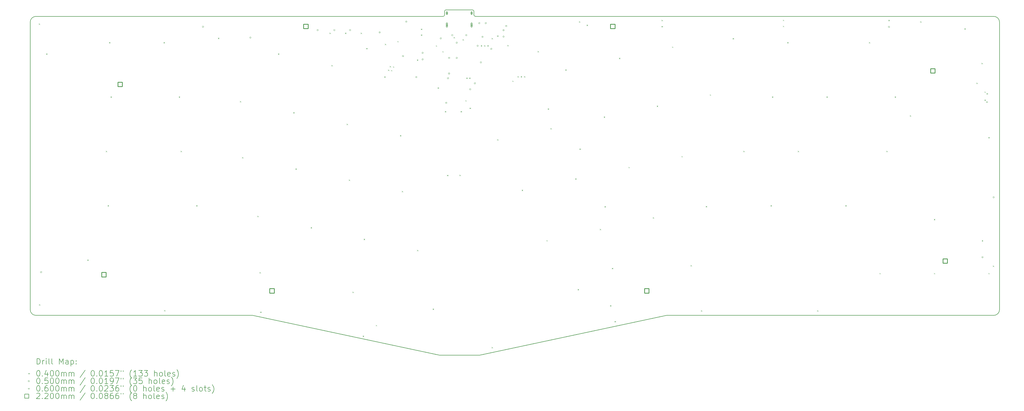
<source format=gbr>
%FSLAX45Y45*%
G04 Gerber Fmt 4.5, Leading zero omitted, Abs format (unit mm)*
G04 Created by KiCad (PCBNEW (5.99.0-11496-g396213fa30)) date 2021-07-23 07:49:52*
%MOMM*%
%LPD*%
G01*
G04 APERTURE LIST*
%TA.AperFunction,Profile*%
%ADD10C,0.150000*%
%TD*%
%ADD11C,0.200000*%
%ADD12C,0.040000*%
%ADD13C,0.050000*%
%ADD14C,0.060000*%
%ADD15C,0.220000*%
G04 APERTURE END LIST*
D10*
X36249995Y-2443251D02*
G75*
G02*
X36449995Y-2643251I0J-200000D01*
G01*
X2741250Y-12920750D02*
G75*
G02*
X2541250Y-12720750I0J200000D01*
G01*
X2541250Y-2643251D02*
X2541250Y-12720750D01*
X24811000Y-12920750D02*
X36249995Y-12920750D01*
X2741250Y-12920750D02*
X10312670Y-12920750D01*
X16860000Y-14312523D02*
X18263000Y-14312523D01*
X10312670Y-12920750D02*
X16860000Y-14312523D01*
X2741250Y-2443251D02*
G75*
G03*
X2541250Y-2643251I0J-200000D01*
G01*
X18263000Y-14312523D02*
X24811000Y-12920750D01*
X36449995Y-2643251D02*
X36449995Y-12720750D01*
X17037500Y-2397279D02*
X17037500Y-2261081D01*
X17037500Y-2261081D02*
G75*
G02*
X17088091Y-2214880I50591J-4599D01*
G01*
X36249995Y-12920750D02*
G75*
G03*
X36449995Y-12720750I0J200000D01*
G01*
X18117207Y-2443281D02*
X36249995Y-2443251D01*
X17037500Y-2397279D02*
G75*
G02*
X16986909Y-2443480I-50591J4599D01*
G01*
X18018799Y-2215000D02*
G75*
G02*
X18065000Y-2265591I-4599J-50591D01*
G01*
X16986909Y-2443480D02*
X2741250Y-2443251D01*
X18117207Y-2443281D02*
G75*
G02*
X18065000Y-2392500I-1407J50781D01*
G01*
X18018799Y-2215000D02*
X17088091Y-2214880D01*
X18065000Y-2392500D02*
X18065000Y-2265591D01*
D11*
D12*
X2840000Y-2690000D02*
X2880000Y-2730000D01*
X2880000Y-2690000D02*
X2840000Y-2730000D01*
X2850000Y-12530000D02*
X2890000Y-12570000D01*
X2890000Y-12530000D02*
X2850000Y-12570000D01*
X3100000Y-3740000D02*
X3140000Y-3780000D01*
X3140000Y-3740000D02*
X3100000Y-3780000D01*
X4539300Y-10965500D02*
X4579300Y-11005500D01*
X4579300Y-10965500D02*
X4539300Y-11005500D01*
X5187000Y-7155500D02*
X5227000Y-7195500D01*
X5227000Y-7155500D02*
X5187000Y-7195500D01*
X5250500Y-9060500D02*
X5290500Y-9100500D01*
X5290500Y-9060500D02*
X5250500Y-9100500D01*
X5301300Y-3345500D02*
X5341300Y-3385500D01*
X5341300Y-3345500D02*
X5301300Y-3385500D01*
X5352100Y-5250500D02*
X5392100Y-5290500D01*
X5392100Y-5250500D02*
X5352100Y-5290500D01*
X7206300Y-3345500D02*
X7246300Y-3385500D01*
X7246300Y-3345500D02*
X7206300Y-3385500D01*
X7228360Y-12733340D02*
X7268360Y-12773340D01*
X7268360Y-12733340D02*
X7228360Y-12773340D01*
X7739700Y-5250500D02*
X7779700Y-5290500D01*
X7779700Y-5250500D02*
X7739700Y-5290500D01*
X7803200Y-7155500D02*
X7843200Y-7195500D01*
X7843200Y-7155500D02*
X7803200Y-7195500D01*
X8349300Y-9060500D02*
X8389300Y-9100500D01*
X8389300Y-9060500D02*
X8349300Y-9100500D01*
X9111300Y-3193100D02*
X9151300Y-3233100D01*
X9151300Y-3193100D02*
X9111300Y-3233100D01*
X9876225Y-5410948D02*
X9916225Y-5450948D01*
X9916225Y-5410948D02*
X9876225Y-5450948D01*
X9953453Y-7376963D02*
X9993453Y-7416963D01*
X9993453Y-7376963D02*
X9953453Y-7416963D01*
X10486853Y-9434363D02*
X10526853Y-9474363D01*
X10526853Y-9434363D02*
X10486853Y-9474363D01*
X10563053Y-11402863D02*
X10603053Y-11442863D01*
X10603053Y-11402863D02*
X10563053Y-11442863D01*
X10590000Y-12790000D02*
X10630000Y-12830000D01*
X10630000Y-12790000D02*
X10590000Y-12830000D01*
X11210753Y-3744763D02*
X11250753Y-3784763D01*
X11250753Y-3744763D02*
X11210753Y-3784763D01*
X11744153Y-5802163D02*
X11784153Y-5842163D01*
X11784153Y-5802163D02*
X11744153Y-5842163D01*
X11820353Y-7770663D02*
X11860353Y-7810663D01*
X11860353Y-7770663D02*
X11820353Y-7810663D01*
X12353753Y-9828063D02*
X12393753Y-9868063D01*
X12393753Y-9828063D02*
X12353753Y-9868063D01*
X13010200Y-3015300D02*
X13050200Y-3055300D01*
X13050200Y-3015300D02*
X13010200Y-3055300D01*
X13077653Y-4151163D02*
X13117653Y-4191163D01*
X13117653Y-4151163D02*
X13077653Y-4191163D01*
X13556300Y-3015300D02*
X13596300Y-3055300D01*
X13596300Y-3015300D02*
X13556300Y-3055300D01*
X13611053Y-6208563D02*
X13651053Y-6248563D01*
X13651053Y-6208563D02*
X13611053Y-6248563D01*
X13687253Y-8164363D02*
X13727253Y-8204363D01*
X13727253Y-8164363D02*
X13687253Y-8204363D01*
X13814253Y-12088663D02*
X13854253Y-12128663D01*
X13854253Y-12088663D02*
X13814253Y-12128663D01*
X14102400Y-3015300D02*
X14142400Y-3055300D01*
X14142400Y-3015300D02*
X14102400Y-3055300D01*
X14173520Y-13629960D02*
X14213520Y-13669960D01*
X14213520Y-13629960D02*
X14173520Y-13669960D01*
X14207953Y-10234463D02*
X14247953Y-10274463D01*
X14247953Y-10234463D02*
X14207953Y-10274463D01*
X14295440Y-3551240D02*
X14335440Y-3591240D01*
X14335440Y-3551240D02*
X14295440Y-3591240D01*
X14630720Y-13254040D02*
X14670720Y-13294040D01*
X14670720Y-13254040D02*
X14630720Y-13294040D01*
X14927892Y-4548824D02*
X14967892Y-4588824D01*
X14967892Y-4548824D02*
X14927892Y-4588824D01*
X14945680Y-3406460D02*
X14985680Y-3446460D01*
X14985680Y-3406460D02*
X14945680Y-3446460D01*
X15056310Y-4310728D02*
X15096310Y-4350728D01*
X15096310Y-4310728D02*
X15056310Y-4350728D01*
X15118401Y-4183700D02*
X15158401Y-4223700D01*
X15158401Y-4183700D02*
X15118401Y-4223700D01*
X15163911Y-4321974D02*
X15203911Y-4361974D01*
X15203911Y-4321974D02*
X15163911Y-4361974D01*
X15232700Y-4196400D02*
X15272700Y-4236400D01*
X15272700Y-4196400D02*
X15232700Y-4236400D01*
X15385100Y-3307400D02*
X15425100Y-3347400D01*
X15425100Y-3307400D02*
X15385100Y-3347400D01*
X15477953Y-6602263D02*
X15517953Y-6642263D01*
X15517953Y-6602263D02*
X15477953Y-6642263D01*
X15541453Y-8558063D02*
X15581453Y-8598063D01*
X15581453Y-8558063D02*
X15541453Y-8598063D01*
X16070900Y-3955100D02*
X16110900Y-3995100D01*
X16110900Y-3955100D02*
X16070900Y-3995100D01*
X16074853Y-10628163D02*
X16114853Y-10668163D01*
X16114853Y-10628163D02*
X16074853Y-10668163D01*
X16210600Y-2875600D02*
X16250600Y-2915600D01*
X16250600Y-2875600D02*
X16210600Y-2915600D01*
X16210600Y-3078800D02*
X16250600Y-3118800D01*
X16250600Y-3078800D02*
X16210600Y-3118800D01*
X16620953Y-12685563D02*
X16660953Y-12725563D01*
X16660953Y-12685563D02*
X16620953Y-12725563D01*
X16731300Y-3459800D02*
X16771300Y-3499800D01*
X16771300Y-3459800D02*
X16731300Y-3499800D01*
X16794800Y-4932998D02*
X16834800Y-4972998D01*
X16834800Y-4932998D02*
X16794800Y-4972998D01*
X16959900Y-3663000D02*
X16999900Y-3703000D01*
X16999900Y-3663000D02*
X16959900Y-3703000D01*
X17046258Y-5761042D02*
X17086258Y-5801042D01*
X17086258Y-5761042D02*
X17046258Y-5801042D01*
X17122460Y-7996240D02*
X17162460Y-8036240D01*
X17162460Y-7996240D02*
X17122460Y-8036240D01*
X17353600Y-3165160D02*
X17393600Y-3205160D01*
X17393600Y-3165160D02*
X17353600Y-3205160D01*
X17556800Y-7993700D02*
X17596800Y-8033700D01*
X17596800Y-7993700D02*
X17556800Y-8033700D01*
X17597442Y-5761042D02*
X17637442Y-5801042D01*
X17637442Y-5761042D02*
X17597442Y-5801042D01*
X17664850Y-3245270D02*
X17704850Y-3285270D01*
X17704850Y-3245270D02*
X17664850Y-3285270D01*
X17763175Y-5380675D02*
X17803175Y-5420675D01*
X17803175Y-5380675D02*
X17763175Y-5420675D01*
X17798100Y-4590100D02*
X17838100Y-4630100D01*
X17838100Y-4590100D02*
X17798100Y-4630100D01*
X17899700Y-4590100D02*
X17939700Y-4630100D01*
X17939700Y-4590100D02*
X17899700Y-4630100D01*
X17912400Y-5644200D02*
X17952400Y-5684200D01*
X17952400Y-5644200D02*
X17912400Y-5684200D01*
X18306100Y-3456101D02*
X18346100Y-3496101D01*
X18346100Y-3456101D02*
X18306100Y-3496101D01*
X18420400Y-3456101D02*
X18460400Y-3496101D01*
X18460400Y-3456101D02*
X18420400Y-3496101D01*
X18534673Y-3455872D02*
X18574673Y-3495872D01*
X18574673Y-3455872D02*
X18534673Y-3495872D01*
X18678901Y-3197600D02*
X18718901Y-3237600D01*
X18718901Y-3197600D02*
X18678901Y-3237600D01*
X18680000Y-14030000D02*
X18720000Y-14070000D01*
X18720000Y-14030000D02*
X18680000Y-14070000D01*
X18877600Y-3111820D02*
X18917600Y-3151820D01*
X18917600Y-3111820D02*
X18877600Y-3151820D01*
X18877601Y-6749100D02*
X18917601Y-6789100D01*
X18917601Y-6749100D02*
X18877601Y-6789100D01*
X19233200Y-3447100D02*
X19273200Y-3487100D01*
X19273200Y-3447100D02*
X19233200Y-3487100D01*
X19406915Y-4695639D02*
X19446915Y-4735639D01*
X19446915Y-4695639D02*
X19406915Y-4735639D01*
X19588800Y-4539902D02*
X19628800Y-4579902D01*
X19628800Y-4539902D02*
X19588800Y-4579902D01*
X19703100Y-4539300D02*
X19743100Y-4579300D01*
X19743100Y-4539300D02*
X19703100Y-4579300D01*
X19737115Y-8518339D02*
X19777115Y-8558339D01*
X19777115Y-8518339D02*
X19737115Y-8558339D01*
X19817400Y-4539300D02*
X19857400Y-4579300D01*
X19857400Y-4539300D02*
X19817400Y-4579300D01*
X20293650Y-3656650D02*
X20333650Y-3696650D01*
X20333650Y-3656650D02*
X20293650Y-3696650D01*
X20600715Y-10283639D02*
X20640715Y-10323639D01*
X20640715Y-10283639D02*
X20600715Y-10323639D01*
X20645440Y-5669600D02*
X20685440Y-5709600D01*
X20685440Y-5669600D02*
X20645440Y-5709600D01*
X20740415Y-6359339D02*
X20780415Y-6399339D01*
X20780415Y-6359339D02*
X20740415Y-6399339D01*
X21261115Y-4301939D02*
X21301115Y-4341939D01*
X21301115Y-4301939D02*
X21261115Y-4341939D01*
X21608101Y-8120700D02*
X21648101Y-8160700D01*
X21648101Y-8120700D02*
X21608101Y-8160700D01*
X21692915Y-11998139D02*
X21732915Y-12038139D01*
X21732915Y-11998139D02*
X21692915Y-12038139D01*
X21737640Y-2613980D02*
X21777640Y-2653980D01*
X21777640Y-2613980D02*
X21737640Y-2653980D01*
X21752827Y-7074273D02*
X21792827Y-7114273D01*
X21792827Y-7074273D02*
X21752827Y-7114273D01*
X22004340Y-2735900D02*
X22044340Y-2775900D01*
X22044340Y-2735900D02*
X22004340Y-2775900D01*
X22467615Y-9889939D02*
X22507615Y-9929939D01*
X22507615Y-9889939D02*
X22467615Y-9929939D01*
X22607315Y-5952939D02*
X22647315Y-5992939D01*
X22647315Y-5952939D02*
X22607315Y-5992939D01*
X22631720Y-9093520D02*
X22671720Y-9133520D01*
X22671720Y-9093520D02*
X22631720Y-9133520D01*
X22827300Y-12565700D02*
X22867300Y-12605700D01*
X22867300Y-12565700D02*
X22827300Y-12605700D01*
X22892701Y-11256434D02*
X22932701Y-11296434D01*
X22932701Y-11256434D02*
X22892701Y-11296434D01*
X22980000Y-13120000D02*
X23020000Y-13160000D01*
X23020000Y-13120000D02*
X22980000Y-13160000D01*
X23140715Y-3895539D02*
X23180715Y-3935539D01*
X23180715Y-3895539D02*
X23140715Y-3935539D01*
X23470915Y-7718239D02*
X23510915Y-7758239D01*
X23510915Y-7718239D02*
X23470915Y-7758239D01*
X24321815Y-9483539D02*
X24361815Y-9523539D01*
X24361815Y-9483539D02*
X24321815Y-9523539D01*
X24461515Y-5571939D02*
X24501515Y-5611939D01*
X24501515Y-5571939D02*
X24461515Y-5611939D01*
X24627070Y-2567070D02*
X24667070Y-2607070D01*
X24667070Y-2567070D02*
X24627070Y-2607070D01*
X24627070Y-2780430D02*
X24667070Y-2820430D01*
X24667070Y-2780430D02*
X24627070Y-2820430D01*
X24994915Y-3501839D02*
X25034915Y-3541839D01*
X25034915Y-3501839D02*
X24994915Y-3541839D01*
X25325115Y-7337239D02*
X25365115Y-7377239D01*
X25365115Y-7337239D02*
X25325115Y-7377239D01*
X25642615Y-11159939D02*
X25682615Y-11199939D01*
X25682615Y-11159939D02*
X25642615Y-11199939D01*
X26004975Y-12740000D02*
X26044975Y-12780000D01*
X26044975Y-12740000D02*
X26004975Y-12780000D01*
X26176015Y-9089839D02*
X26216015Y-9129839D01*
X26216015Y-9089839D02*
X26176015Y-9129839D01*
X26315715Y-5178239D02*
X26355715Y-5218239D01*
X26355715Y-5178239D02*
X26315715Y-5218239D01*
X27113550Y-3205800D02*
X27153550Y-3245800D01*
X27153550Y-3205800D02*
X27113550Y-3245800D01*
X27488200Y-7155500D02*
X27528200Y-7195500D01*
X27528200Y-7155500D02*
X27488200Y-7195500D01*
X28440700Y-9060500D02*
X28480700Y-9100500D01*
X28480700Y-9060500D02*
X28440700Y-9100500D01*
X28491500Y-5250500D02*
X28531500Y-5290500D01*
X28531500Y-5250500D02*
X28491500Y-5290500D01*
X28870922Y-2560299D02*
X28910922Y-2600299D01*
X28910922Y-2560299D02*
X28870922Y-2600299D01*
X28870922Y-2773659D02*
X28910922Y-2813659D01*
X28910922Y-2773659D02*
X28870922Y-2813659D01*
X29024900Y-3345500D02*
X29064900Y-3385500D01*
X29064900Y-3345500D02*
X29024900Y-3385500D01*
X29393200Y-7155500D02*
X29433200Y-7195500D01*
X29433200Y-7155500D02*
X29393200Y-7195500D01*
X30068840Y-12740960D02*
X30108840Y-12780960D01*
X30108840Y-12740960D02*
X30068840Y-12780960D01*
X30396500Y-5250500D02*
X30436500Y-5290500D01*
X30436500Y-5250500D02*
X30396500Y-5290500D01*
X31056900Y-9060500D02*
X31096900Y-9100500D01*
X31096900Y-9060500D02*
X31056900Y-9100500D01*
X31882400Y-3345500D02*
X31922400Y-3385500D01*
X31922400Y-3345500D02*
X31882400Y-3385500D01*
X32250700Y-11435400D02*
X32290700Y-11475400D01*
X32290700Y-11435400D02*
X32250700Y-11475400D01*
X32492000Y-7155500D02*
X32532000Y-7195500D01*
X32532000Y-7155500D02*
X32492000Y-7195500D01*
X32563120Y-2563180D02*
X32603120Y-2603180D01*
X32603120Y-2563180D02*
X32563120Y-2603180D01*
X32784100Y-5250499D02*
X32824100Y-5290499D01*
X32824100Y-5250499D02*
X32784100Y-5290499D01*
X33311150Y-5910900D02*
X33351150Y-5950900D01*
X33351150Y-5910900D02*
X33311150Y-5950900D01*
X33675640Y-2613980D02*
X33715640Y-2653980D01*
X33715640Y-2613980D02*
X33675640Y-2653980D01*
X34155700Y-9543100D02*
X34195700Y-9583100D01*
X34195700Y-9543100D02*
X34155700Y-9583100D01*
X34155700Y-11435400D02*
X34195700Y-11475400D01*
X34195700Y-11435400D02*
X34155700Y-11475400D01*
X35222500Y-2862900D02*
X35262500Y-2902900D01*
X35262500Y-2862900D02*
X35222500Y-2902900D01*
X35641600Y-4767900D02*
X35681600Y-4807900D01*
X35681600Y-4767900D02*
X35641600Y-4807900D01*
X35816860Y-4074480D02*
X35856860Y-4114480D01*
X35856860Y-4074480D02*
X35816860Y-4114480D01*
X35832100Y-10284780D02*
X35872100Y-10324780D01*
X35872100Y-10284780D02*
X35832100Y-10324780D01*
X35923540Y-5075240D02*
X35963540Y-5115240D01*
X35963540Y-5075240D02*
X35923540Y-5115240D01*
X35924810Y-5356598D02*
X35964810Y-5396598D01*
X35964810Y-5356598D02*
X35924810Y-5396598D01*
X35990160Y-5423220D02*
X36030160Y-5463220D01*
X36030160Y-5423220D02*
X35990160Y-5463220D01*
X35996510Y-5134596D02*
X36036510Y-5174596D01*
X36036510Y-5134596D02*
X35996510Y-5174596D01*
X36060700Y-6672900D02*
X36100700Y-6712900D01*
X36100700Y-6672900D02*
X36060700Y-6712900D01*
X36060700Y-11435400D02*
X36100700Y-11475400D01*
X36100700Y-11435400D02*
X36060700Y-11475400D01*
X36215640Y-11173780D02*
X36255640Y-11213780D01*
X36255640Y-11173780D02*
X36215640Y-11213780D01*
D13*
X2948540Y-11407140D02*
G75*
G03*
X2948540Y-11407140I-25000J0D01*
G01*
X8610200Y-2804160D02*
G75*
G03*
X8610200Y-2804160I-25000J0D01*
G01*
X10266280Y-3187700D02*
G75*
G03*
X10266280Y-3187700I-25000J0D01*
G01*
X12620393Y-2924600D02*
G75*
G03*
X12620393Y-2924600I-25000J0D01*
G01*
X13205562Y-2924463D02*
G75*
G03*
X13205562Y-2924463I-25000J0D01*
G01*
X13754216Y-2924626D02*
G75*
G03*
X13754216Y-2924626I-25000J0D01*
G01*
X14792560Y-3004820D02*
G75*
G03*
X14792560Y-3004820I-25000J0D01*
G01*
X15607900Y-3835400D02*
G75*
G03*
X15607900Y-3835400I-25000J0D01*
G01*
X15722199Y-2628900D02*
G75*
G03*
X15722199Y-2628900I-25000J0D01*
G01*
X16072720Y-4572000D02*
G75*
G03*
X16072720Y-4572000I-25000J0D01*
G01*
X16293700Y-3721100D02*
G75*
G03*
X16293700Y-3721100I-25000J0D01*
G01*
X16293700Y-3949700D02*
G75*
G03*
X16293700Y-3949700I-25000J0D01*
G01*
X16928700Y-3213100D02*
G75*
G03*
X16928700Y-3213100I-25000J0D01*
G01*
X17119200Y-5473700D02*
G75*
G03*
X17119200Y-5473700I-25000J0D01*
G01*
X17182700Y-4610100D02*
G75*
G03*
X17182700Y-4610100I-25000J0D01*
G01*
X17220800Y-3898900D02*
G75*
G03*
X17220800Y-3898900I-25000J0D01*
G01*
X17220800Y-4445000D02*
G75*
G03*
X17220800Y-4445000I-25000J0D01*
G01*
X17330020Y-3101340D02*
G75*
G03*
X17330020Y-3101340I-25000J0D01*
G01*
X17487500Y-3365500D02*
G75*
G03*
X17487500Y-3365500I-25000J0D01*
G01*
X17487500Y-3898900D02*
G75*
G03*
X17487500Y-3898900I-25000J0D01*
G01*
X17820240Y-3101340D02*
G75*
G03*
X17820240Y-3101340I-25000J0D01*
G01*
X17957400Y-4997450D02*
G75*
G03*
X17957400Y-4997450I-25000J0D01*
G01*
X18122500Y-4787900D02*
G75*
G03*
X18122500Y-4787900I-25000J0D01*
G01*
X18221560Y-3474720D02*
G75*
G03*
X18221560Y-3474720I-25000J0D01*
G01*
X18274900Y-2679700D02*
G75*
G03*
X18274900Y-2679700I-25000J0D01*
G01*
X18333300Y-4056400D02*
G75*
G03*
X18333300Y-4056400I-25000J0D01*
G01*
X18389200Y-3162300D02*
G75*
G03*
X18389200Y-3162300I-25000J0D01*
G01*
X18503500Y-2679700D02*
G75*
G03*
X18503500Y-2679700I-25000J0D01*
G01*
X18696540Y-3581400D02*
G75*
G03*
X18696540Y-3581400I-25000J0D01*
G01*
X19125800Y-2928620D02*
G75*
G03*
X19125800Y-2928620I-25000J0D01*
G01*
X19125800Y-3152140D02*
G75*
G03*
X19125800Y-3152140I-25000J0D01*
G01*
X19219080Y-2782000D02*
G75*
G03*
X19219080Y-2782000I-25000J0D01*
G01*
X32608120Y-2811780D02*
G75*
G03*
X32608120Y-2811780I-25000J0D01*
G01*
X35879640Y-10881360D02*
G75*
G03*
X35879640Y-10881360I-25000J0D01*
G01*
X36272066Y-8783554D02*
G75*
G03*
X36272066Y-8783554I-25000J0D01*
G01*
D14*
X17118000Y-2299000D02*
X17118000Y-2359000D01*
X17088000Y-2329000D02*
X17148000Y-2329000D01*
D11*
X17098000Y-2299000D02*
X17098000Y-2359000D01*
X17138000Y-2299000D02*
X17138000Y-2359000D01*
X17098000Y-2359000D02*
G75*
G03*
X17138000Y-2359000I20000J0D01*
G01*
X17138000Y-2299000D02*
G75*
G03*
X17098000Y-2299000I-20000J0D01*
G01*
D14*
X17118000Y-2717000D02*
X17118000Y-2777000D01*
X17088000Y-2747000D02*
X17148000Y-2747000D01*
D11*
X17098000Y-2692000D02*
X17098000Y-2802000D01*
X17138000Y-2692000D02*
X17138000Y-2802000D01*
X17098000Y-2802000D02*
G75*
G03*
X17138000Y-2802000I20000J0D01*
G01*
X17138000Y-2692000D02*
G75*
G03*
X17098000Y-2692000I-20000J0D01*
G01*
D14*
X17982000Y-2299000D02*
X17982000Y-2359000D01*
X17952000Y-2329000D02*
X18012000Y-2329000D01*
D11*
X17962000Y-2299000D02*
X17962000Y-2359000D01*
X18002000Y-2299000D02*
X18002000Y-2359000D01*
X17962000Y-2359000D02*
G75*
G03*
X18002000Y-2359000I20000J0D01*
G01*
X18002000Y-2299000D02*
G75*
G03*
X17962000Y-2299000I-20000J0D01*
G01*
D14*
X17982000Y-2717000D02*
X17982000Y-2777000D01*
X17952000Y-2747000D02*
X18012000Y-2747000D01*
D11*
X17962000Y-2692000D02*
X17962000Y-2802000D01*
X18002000Y-2692000D02*
X18002000Y-2802000D01*
X17962000Y-2802000D02*
G75*
G03*
X18002000Y-2802000I20000J0D01*
G01*
X18002000Y-2692000D02*
G75*
G03*
X17962000Y-2692000I-20000J0D01*
G01*
D15*
X5197533Y-11569782D02*
X5197533Y-11414217D01*
X5041968Y-11414217D01*
X5041968Y-11569782D01*
X5197533Y-11569782D01*
X5764282Y-4902283D02*
X5764282Y-4746718D01*
X5608717Y-4746718D01*
X5608717Y-4902283D01*
X5764282Y-4902283D01*
X11073726Y-12138719D02*
X11073726Y-11983154D01*
X10918161Y-11983154D01*
X10918161Y-12138719D01*
X11073726Y-12138719D01*
X12260504Y-2871033D02*
X12260504Y-2715468D01*
X12104939Y-2715468D01*
X12104939Y-2871033D01*
X12260504Y-2871033D01*
X22997061Y-2871033D02*
X22997061Y-2715468D01*
X22841496Y-2715468D01*
X22841496Y-2871033D01*
X22997061Y-2871033D01*
X24183809Y-12138654D02*
X24183809Y-11983089D01*
X24028244Y-11983089D01*
X24028244Y-12138654D01*
X24183809Y-12138654D01*
X34195783Y-4426034D02*
X34195783Y-4270469D01*
X34040218Y-4270469D01*
X34040218Y-4426034D01*
X34195783Y-4426034D01*
X34622777Y-11093533D02*
X34622777Y-10937968D01*
X34467212Y-10937968D01*
X34467212Y-11093533D01*
X34622777Y-11093533D01*
D11*
X2776369Y-14630499D02*
X2776369Y-14430499D01*
X2823988Y-14430499D01*
X2852559Y-14440023D01*
X2871607Y-14459071D01*
X2881131Y-14478118D01*
X2890655Y-14516214D01*
X2890655Y-14544785D01*
X2881131Y-14582880D01*
X2871607Y-14601928D01*
X2852559Y-14620975D01*
X2823988Y-14630499D01*
X2776369Y-14630499D01*
X2976369Y-14630499D02*
X2976369Y-14497166D01*
X2976369Y-14535261D02*
X2985893Y-14516214D01*
X2995417Y-14506690D01*
X3014464Y-14497166D01*
X3033512Y-14497166D01*
X3100178Y-14630499D02*
X3100178Y-14497166D01*
X3100178Y-14430499D02*
X3090655Y-14440023D01*
X3100178Y-14449547D01*
X3109702Y-14440023D01*
X3100178Y-14430499D01*
X3100178Y-14449547D01*
X3223988Y-14630499D02*
X3204940Y-14620975D01*
X3195417Y-14601928D01*
X3195417Y-14430499D01*
X3328750Y-14630499D02*
X3309702Y-14620975D01*
X3300178Y-14601928D01*
X3300178Y-14430499D01*
X3557321Y-14630499D02*
X3557321Y-14430499D01*
X3623988Y-14573356D01*
X3690655Y-14430499D01*
X3690655Y-14630499D01*
X3871607Y-14630499D02*
X3871607Y-14525737D01*
X3862083Y-14506690D01*
X3843036Y-14497166D01*
X3804940Y-14497166D01*
X3785893Y-14506690D01*
X3871607Y-14620975D02*
X3852559Y-14630499D01*
X3804940Y-14630499D01*
X3785893Y-14620975D01*
X3776369Y-14601928D01*
X3776369Y-14582880D01*
X3785893Y-14563833D01*
X3804940Y-14554309D01*
X3852559Y-14554309D01*
X3871607Y-14544785D01*
X3966845Y-14497166D02*
X3966845Y-14697166D01*
X3966845Y-14506690D02*
X3985893Y-14497166D01*
X4023988Y-14497166D01*
X4043036Y-14506690D01*
X4052559Y-14516214D01*
X4062083Y-14535261D01*
X4062083Y-14592404D01*
X4052559Y-14611452D01*
X4043036Y-14620975D01*
X4023988Y-14630499D01*
X3985893Y-14630499D01*
X3966845Y-14620975D01*
X4147798Y-14611452D02*
X4157321Y-14620975D01*
X4147798Y-14630499D01*
X4138274Y-14620975D01*
X4147798Y-14611452D01*
X4147798Y-14630499D01*
X4147798Y-14506690D02*
X4157321Y-14516214D01*
X4147798Y-14525737D01*
X4138274Y-14516214D01*
X4147798Y-14506690D01*
X4147798Y-14525737D01*
D12*
X2478750Y-14940023D02*
X2518750Y-14980023D01*
X2518750Y-14940023D02*
X2478750Y-14980023D01*
D11*
X2814464Y-14850499D02*
X2833512Y-14850499D01*
X2852559Y-14860023D01*
X2862083Y-14869547D01*
X2871607Y-14888595D01*
X2881131Y-14926690D01*
X2881131Y-14974309D01*
X2871607Y-15012404D01*
X2862083Y-15031452D01*
X2852559Y-15040975D01*
X2833512Y-15050499D01*
X2814464Y-15050499D01*
X2795417Y-15040975D01*
X2785893Y-15031452D01*
X2776369Y-15012404D01*
X2766845Y-14974309D01*
X2766845Y-14926690D01*
X2776369Y-14888595D01*
X2785893Y-14869547D01*
X2795417Y-14860023D01*
X2814464Y-14850499D01*
X2966845Y-15031452D02*
X2976369Y-15040975D01*
X2966845Y-15050499D01*
X2957321Y-15040975D01*
X2966845Y-15031452D01*
X2966845Y-15050499D01*
X3147798Y-14917166D02*
X3147798Y-15050499D01*
X3100178Y-14840975D02*
X3052559Y-14983833D01*
X3176369Y-14983833D01*
X3290655Y-14850499D02*
X3309702Y-14850499D01*
X3328750Y-14860023D01*
X3338274Y-14869547D01*
X3347798Y-14888595D01*
X3357321Y-14926690D01*
X3357321Y-14974309D01*
X3347798Y-15012404D01*
X3338274Y-15031452D01*
X3328750Y-15040975D01*
X3309702Y-15050499D01*
X3290655Y-15050499D01*
X3271607Y-15040975D01*
X3262083Y-15031452D01*
X3252559Y-15012404D01*
X3243036Y-14974309D01*
X3243036Y-14926690D01*
X3252559Y-14888595D01*
X3262083Y-14869547D01*
X3271607Y-14860023D01*
X3290655Y-14850499D01*
X3481131Y-14850499D02*
X3500178Y-14850499D01*
X3519226Y-14860023D01*
X3528750Y-14869547D01*
X3538274Y-14888595D01*
X3547798Y-14926690D01*
X3547798Y-14974309D01*
X3538274Y-15012404D01*
X3528750Y-15031452D01*
X3519226Y-15040975D01*
X3500178Y-15050499D01*
X3481131Y-15050499D01*
X3462083Y-15040975D01*
X3452559Y-15031452D01*
X3443036Y-15012404D01*
X3433512Y-14974309D01*
X3433512Y-14926690D01*
X3443036Y-14888595D01*
X3452559Y-14869547D01*
X3462083Y-14860023D01*
X3481131Y-14850499D01*
X3633512Y-15050499D02*
X3633512Y-14917166D01*
X3633512Y-14936214D02*
X3643036Y-14926690D01*
X3662083Y-14917166D01*
X3690655Y-14917166D01*
X3709702Y-14926690D01*
X3719226Y-14945737D01*
X3719226Y-15050499D01*
X3719226Y-14945737D02*
X3728750Y-14926690D01*
X3747798Y-14917166D01*
X3776369Y-14917166D01*
X3795417Y-14926690D01*
X3804940Y-14945737D01*
X3804940Y-15050499D01*
X3900178Y-15050499D02*
X3900178Y-14917166D01*
X3900178Y-14936214D02*
X3909702Y-14926690D01*
X3928750Y-14917166D01*
X3957321Y-14917166D01*
X3976369Y-14926690D01*
X3985893Y-14945737D01*
X3985893Y-15050499D01*
X3985893Y-14945737D02*
X3995417Y-14926690D01*
X4014464Y-14917166D01*
X4043036Y-14917166D01*
X4062083Y-14926690D01*
X4071607Y-14945737D01*
X4071607Y-15050499D01*
X4462083Y-14840975D02*
X4290655Y-15098118D01*
X4719226Y-14850499D02*
X4738274Y-14850499D01*
X4757321Y-14860023D01*
X4766845Y-14869547D01*
X4776369Y-14888595D01*
X4785893Y-14926690D01*
X4785893Y-14974309D01*
X4776369Y-15012404D01*
X4766845Y-15031452D01*
X4757321Y-15040975D01*
X4738274Y-15050499D01*
X4719226Y-15050499D01*
X4700179Y-15040975D01*
X4690655Y-15031452D01*
X4681131Y-15012404D01*
X4671607Y-14974309D01*
X4671607Y-14926690D01*
X4681131Y-14888595D01*
X4690655Y-14869547D01*
X4700179Y-14860023D01*
X4719226Y-14850499D01*
X4871607Y-15031452D02*
X4881131Y-15040975D01*
X4871607Y-15050499D01*
X4862083Y-15040975D01*
X4871607Y-15031452D01*
X4871607Y-15050499D01*
X5004940Y-14850499D02*
X5023988Y-14850499D01*
X5043036Y-14860023D01*
X5052560Y-14869547D01*
X5062083Y-14888595D01*
X5071607Y-14926690D01*
X5071607Y-14974309D01*
X5062083Y-15012404D01*
X5052560Y-15031452D01*
X5043036Y-15040975D01*
X5023988Y-15050499D01*
X5004940Y-15050499D01*
X4985893Y-15040975D01*
X4976369Y-15031452D01*
X4966845Y-15012404D01*
X4957321Y-14974309D01*
X4957321Y-14926690D01*
X4966845Y-14888595D01*
X4976369Y-14869547D01*
X4985893Y-14860023D01*
X5004940Y-14850499D01*
X5262083Y-15050499D02*
X5147798Y-15050499D01*
X5204940Y-15050499D02*
X5204940Y-14850499D01*
X5185893Y-14879071D01*
X5166845Y-14898118D01*
X5147798Y-14907642D01*
X5443036Y-14850499D02*
X5347798Y-14850499D01*
X5338274Y-14945737D01*
X5347798Y-14936214D01*
X5366845Y-14926690D01*
X5414464Y-14926690D01*
X5433512Y-14936214D01*
X5443036Y-14945737D01*
X5452560Y-14964785D01*
X5452560Y-15012404D01*
X5443036Y-15031452D01*
X5433512Y-15040975D01*
X5414464Y-15050499D01*
X5366845Y-15050499D01*
X5347798Y-15040975D01*
X5338274Y-15031452D01*
X5519226Y-14850499D02*
X5652559Y-14850499D01*
X5566845Y-15050499D01*
X5719226Y-14850499D02*
X5719226Y-14888595D01*
X5795417Y-14850499D02*
X5795417Y-14888595D01*
X6090655Y-15126690D02*
X6081131Y-15117166D01*
X6062083Y-15088595D01*
X6052559Y-15069547D01*
X6043036Y-15040975D01*
X6033512Y-14993356D01*
X6033512Y-14955261D01*
X6043036Y-14907642D01*
X6052559Y-14879071D01*
X6062083Y-14860023D01*
X6081131Y-14831452D01*
X6090655Y-14821928D01*
X6271607Y-15050499D02*
X6157321Y-15050499D01*
X6214464Y-15050499D02*
X6214464Y-14850499D01*
X6195417Y-14879071D01*
X6176369Y-14898118D01*
X6157321Y-14907642D01*
X6338274Y-14850499D02*
X6462083Y-14850499D01*
X6395417Y-14926690D01*
X6423988Y-14926690D01*
X6443036Y-14936214D01*
X6452559Y-14945737D01*
X6462083Y-14964785D01*
X6462083Y-15012404D01*
X6452559Y-15031452D01*
X6443036Y-15040975D01*
X6423988Y-15050499D01*
X6366845Y-15050499D01*
X6347798Y-15040975D01*
X6338274Y-15031452D01*
X6528750Y-14850499D02*
X6652559Y-14850499D01*
X6585893Y-14926690D01*
X6614464Y-14926690D01*
X6633512Y-14936214D01*
X6643036Y-14945737D01*
X6652559Y-14964785D01*
X6652559Y-15012404D01*
X6643036Y-15031452D01*
X6633512Y-15040975D01*
X6614464Y-15050499D01*
X6557321Y-15050499D01*
X6538274Y-15040975D01*
X6528750Y-15031452D01*
X6890655Y-15050499D02*
X6890655Y-14850499D01*
X6976369Y-15050499D02*
X6976369Y-14945737D01*
X6966845Y-14926690D01*
X6947798Y-14917166D01*
X6919226Y-14917166D01*
X6900178Y-14926690D01*
X6890655Y-14936214D01*
X7100178Y-15050499D02*
X7081131Y-15040975D01*
X7071607Y-15031452D01*
X7062083Y-15012404D01*
X7062083Y-14955261D01*
X7071607Y-14936214D01*
X7081131Y-14926690D01*
X7100178Y-14917166D01*
X7128750Y-14917166D01*
X7147798Y-14926690D01*
X7157321Y-14936214D01*
X7166845Y-14955261D01*
X7166845Y-15012404D01*
X7157321Y-15031452D01*
X7147798Y-15040975D01*
X7128750Y-15050499D01*
X7100178Y-15050499D01*
X7281131Y-15050499D02*
X7262083Y-15040975D01*
X7252559Y-15021928D01*
X7252559Y-14850499D01*
X7433512Y-15040975D02*
X7414464Y-15050499D01*
X7376369Y-15050499D01*
X7357321Y-15040975D01*
X7347798Y-15021928D01*
X7347798Y-14945737D01*
X7357321Y-14926690D01*
X7376369Y-14917166D01*
X7414464Y-14917166D01*
X7433512Y-14926690D01*
X7443036Y-14945737D01*
X7443036Y-14964785D01*
X7347798Y-14983833D01*
X7519226Y-15040975D02*
X7538274Y-15050499D01*
X7576369Y-15050499D01*
X7595417Y-15040975D01*
X7604940Y-15021928D01*
X7604940Y-15012404D01*
X7595417Y-14993356D01*
X7576369Y-14983833D01*
X7547798Y-14983833D01*
X7528750Y-14974309D01*
X7519226Y-14955261D01*
X7519226Y-14945737D01*
X7528750Y-14926690D01*
X7547798Y-14917166D01*
X7576369Y-14917166D01*
X7595417Y-14926690D01*
X7671607Y-15126690D02*
X7681131Y-15117166D01*
X7700178Y-15088595D01*
X7709702Y-15069547D01*
X7719226Y-15040975D01*
X7728750Y-14993356D01*
X7728750Y-14955261D01*
X7719226Y-14907642D01*
X7709702Y-14879071D01*
X7700178Y-14860023D01*
X7681131Y-14831452D01*
X7671607Y-14821928D01*
D13*
X2518750Y-15224023D02*
G75*
G03*
X2518750Y-15224023I-25000J0D01*
G01*
D11*
X2814464Y-15114499D02*
X2833512Y-15114499D01*
X2852559Y-15124023D01*
X2862083Y-15133547D01*
X2871607Y-15152595D01*
X2881131Y-15190690D01*
X2881131Y-15238309D01*
X2871607Y-15276404D01*
X2862083Y-15295452D01*
X2852559Y-15304975D01*
X2833512Y-15314499D01*
X2814464Y-15314499D01*
X2795417Y-15304975D01*
X2785893Y-15295452D01*
X2776369Y-15276404D01*
X2766845Y-15238309D01*
X2766845Y-15190690D01*
X2776369Y-15152595D01*
X2785893Y-15133547D01*
X2795417Y-15124023D01*
X2814464Y-15114499D01*
X2966845Y-15295452D02*
X2976369Y-15304975D01*
X2966845Y-15314499D01*
X2957321Y-15304975D01*
X2966845Y-15295452D01*
X2966845Y-15314499D01*
X3157321Y-15114499D02*
X3062083Y-15114499D01*
X3052559Y-15209737D01*
X3062083Y-15200214D01*
X3081131Y-15190690D01*
X3128750Y-15190690D01*
X3147798Y-15200214D01*
X3157321Y-15209737D01*
X3166845Y-15228785D01*
X3166845Y-15276404D01*
X3157321Y-15295452D01*
X3147798Y-15304975D01*
X3128750Y-15314499D01*
X3081131Y-15314499D01*
X3062083Y-15304975D01*
X3052559Y-15295452D01*
X3290655Y-15114499D02*
X3309702Y-15114499D01*
X3328750Y-15124023D01*
X3338274Y-15133547D01*
X3347798Y-15152595D01*
X3357321Y-15190690D01*
X3357321Y-15238309D01*
X3347798Y-15276404D01*
X3338274Y-15295452D01*
X3328750Y-15304975D01*
X3309702Y-15314499D01*
X3290655Y-15314499D01*
X3271607Y-15304975D01*
X3262083Y-15295452D01*
X3252559Y-15276404D01*
X3243036Y-15238309D01*
X3243036Y-15190690D01*
X3252559Y-15152595D01*
X3262083Y-15133547D01*
X3271607Y-15124023D01*
X3290655Y-15114499D01*
X3481131Y-15114499D02*
X3500178Y-15114499D01*
X3519226Y-15124023D01*
X3528750Y-15133547D01*
X3538274Y-15152595D01*
X3547798Y-15190690D01*
X3547798Y-15238309D01*
X3538274Y-15276404D01*
X3528750Y-15295452D01*
X3519226Y-15304975D01*
X3500178Y-15314499D01*
X3481131Y-15314499D01*
X3462083Y-15304975D01*
X3452559Y-15295452D01*
X3443036Y-15276404D01*
X3433512Y-15238309D01*
X3433512Y-15190690D01*
X3443036Y-15152595D01*
X3452559Y-15133547D01*
X3462083Y-15124023D01*
X3481131Y-15114499D01*
X3633512Y-15314499D02*
X3633512Y-15181166D01*
X3633512Y-15200214D02*
X3643036Y-15190690D01*
X3662083Y-15181166D01*
X3690655Y-15181166D01*
X3709702Y-15190690D01*
X3719226Y-15209737D01*
X3719226Y-15314499D01*
X3719226Y-15209737D02*
X3728750Y-15190690D01*
X3747798Y-15181166D01*
X3776369Y-15181166D01*
X3795417Y-15190690D01*
X3804940Y-15209737D01*
X3804940Y-15314499D01*
X3900178Y-15314499D02*
X3900178Y-15181166D01*
X3900178Y-15200214D02*
X3909702Y-15190690D01*
X3928750Y-15181166D01*
X3957321Y-15181166D01*
X3976369Y-15190690D01*
X3985893Y-15209737D01*
X3985893Y-15314499D01*
X3985893Y-15209737D02*
X3995417Y-15190690D01*
X4014464Y-15181166D01*
X4043036Y-15181166D01*
X4062083Y-15190690D01*
X4071607Y-15209737D01*
X4071607Y-15314499D01*
X4462083Y-15104975D02*
X4290655Y-15362118D01*
X4719226Y-15114499D02*
X4738274Y-15114499D01*
X4757321Y-15124023D01*
X4766845Y-15133547D01*
X4776369Y-15152595D01*
X4785893Y-15190690D01*
X4785893Y-15238309D01*
X4776369Y-15276404D01*
X4766845Y-15295452D01*
X4757321Y-15304975D01*
X4738274Y-15314499D01*
X4719226Y-15314499D01*
X4700179Y-15304975D01*
X4690655Y-15295452D01*
X4681131Y-15276404D01*
X4671607Y-15238309D01*
X4671607Y-15190690D01*
X4681131Y-15152595D01*
X4690655Y-15133547D01*
X4700179Y-15124023D01*
X4719226Y-15114499D01*
X4871607Y-15295452D02*
X4881131Y-15304975D01*
X4871607Y-15314499D01*
X4862083Y-15304975D01*
X4871607Y-15295452D01*
X4871607Y-15314499D01*
X5004940Y-15114499D02*
X5023988Y-15114499D01*
X5043036Y-15124023D01*
X5052560Y-15133547D01*
X5062083Y-15152595D01*
X5071607Y-15190690D01*
X5071607Y-15238309D01*
X5062083Y-15276404D01*
X5052560Y-15295452D01*
X5043036Y-15304975D01*
X5023988Y-15314499D01*
X5004940Y-15314499D01*
X4985893Y-15304975D01*
X4976369Y-15295452D01*
X4966845Y-15276404D01*
X4957321Y-15238309D01*
X4957321Y-15190690D01*
X4966845Y-15152595D01*
X4976369Y-15133547D01*
X4985893Y-15124023D01*
X5004940Y-15114499D01*
X5262083Y-15314499D02*
X5147798Y-15314499D01*
X5204940Y-15314499D02*
X5204940Y-15114499D01*
X5185893Y-15143071D01*
X5166845Y-15162118D01*
X5147798Y-15171642D01*
X5357321Y-15314499D02*
X5395417Y-15314499D01*
X5414464Y-15304975D01*
X5423988Y-15295452D01*
X5443036Y-15266880D01*
X5452560Y-15228785D01*
X5452560Y-15152595D01*
X5443036Y-15133547D01*
X5433512Y-15124023D01*
X5414464Y-15114499D01*
X5376369Y-15114499D01*
X5357321Y-15124023D01*
X5347798Y-15133547D01*
X5338274Y-15152595D01*
X5338274Y-15200214D01*
X5347798Y-15219261D01*
X5357321Y-15228785D01*
X5376369Y-15238309D01*
X5414464Y-15238309D01*
X5433512Y-15228785D01*
X5443036Y-15219261D01*
X5452560Y-15200214D01*
X5519226Y-15114499D02*
X5652559Y-15114499D01*
X5566845Y-15314499D01*
X5719226Y-15114499D02*
X5719226Y-15152595D01*
X5795417Y-15114499D02*
X5795417Y-15152595D01*
X6090655Y-15390690D02*
X6081131Y-15381166D01*
X6062083Y-15352595D01*
X6052559Y-15333547D01*
X6043036Y-15304975D01*
X6033512Y-15257356D01*
X6033512Y-15219261D01*
X6043036Y-15171642D01*
X6052559Y-15143071D01*
X6062083Y-15124023D01*
X6081131Y-15095452D01*
X6090655Y-15085928D01*
X6147798Y-15114499D02*
X6271607Y-15114499D01*
X6204940Y-15190690D01*
X6233512Y-15190690D01*
X6252559Y-15200214D01*
X6262083Y-15209737D01*
X6271607Y-15228785D01*
X6271607Y-15276404D01*
X6262083Y-15295452D01*
X6252559Y-15304975D01*
X6233512Y-15314499D01*
X6176369Y-15314499D01*
X6157321Y-15304975D01*
X6147798Y-15295452D01*
X6452559Y-15114499D02*
X6357321Y-15114499D01*
X6347798Y-15209737D01*
X6357321Y-15200214D01*
X6376369Y-15190690D01*
X6423988Y-15190690D01*
X6443036Y-15200214D01*
X6452559Y-15209737D01*
X6462083Y-15228785D01*
X6462083Y-15276404D01*
X6452559Y-15295452D01*
X6443036Y-15304975D01*
X6423988Y-15314499D01*
X6376369Y-15314499D01*
X6357321Y-15304975D01*
X6347798Y-15295452D01*
X6700178Y-15314499D02*
X6700178Y-15114499D01*
X6785893Y-15314499D02*
X6785893Y-15209737D01*
X6776369Y-15190690D01*
X6757321Y-15181166D01*
X6728750Y-15181166D01*
X6709702Y-15190690D01*
X6700178Y-15200214D01*
X6909702Y-15314499D02*
X6890655Y-15304975D01*
X6881131Y-15295452D01*
X6871607Y-15276404D01*
X6871607Y-15219261D01*
X6881131Y-15200214D01*
X6890655Y-15190690D01*
X6909702Y-15181166D01*
X6938274Y-15181166D01*
X6957321Y-15190690D01*
X6966845Y-15200214D01*
X6976369Y-15219261D01*
X6976369Y-15276404D01*
X6966845Y-15295452D01*
X6957321Y-15304975D01*
X6938274Y-15314499D01*
X6909702Y-15314499D01*
X7090655Y-15314499D02*
X7071607Y-15304975D01*
X7062083Y-15285928D01*
X7062083Y-15114499D01*
X7243036Y-15304975D02*
X7223988Y-15314499D01*
X7185893Y-15314499D01*
X7166845Y-15304975D01*
X7157321Y-15285928D01*
X7157321Y-15209737D01*
X7166845Y-15190690D01*
X7185893Y-15181166D01*
X7223988Y-15181166D01*
X7243036Y-15190690D01*
X7252559Y-15209737D01*
X7252559Y-15228785D01*
X7157321Y-15247833D01*
X7328750Y-15304975D02*
X7347798Y-15314499D01*
X7385893Y-15314499D01*
X7404940Y-15304975D01*
X7414464Y-15285928D01*
X7414464Y-15276404D01*
X7404940Y-15257356D01*
X7385893Y-15247833D01*
X7357321Y-15247833D01*
X7338274Y-15238309D01*
X7328750Y-15219261D01*
X7328750Y-15209737D01*
X7338274Y-15190690D01*
X7357321Y-15181166D01*
X7385893Y-15181166D01*
X7404940Y-15190690D01*
X7481131Y-15390690D02*
X7490655Y-15381166D01*
X7509702Y-15352595D01*
X7519226Y-15333547D01*
X7528750Y-15304975D01*
X7538274Y-15257356D01*
X7538274Y-15219261D01*
X7528750Y-15171642D01*
X7519226Y-15143071D01*
X7509702Y-15124023D01*
X7490655Y-15095452D01*
X7481131Y-15085928D01*
D14*
X2488750Y-15458023D02*
X2488750Y-15518023D01*
X2458750Y-15488023D02*
X2518750Y-15488023D01*
D11*
X2814464Y-15378499D02*
X2833512Y-15378499D01*
X2852559Y-15388023D01*
X2862083Y-15397547D01*
X2871607Y-15416595D01*
X2881131Y-15454690D01*
X2881131Y-15502309D01*
X2871607Y-15540404D01*
X2862083Y-15559452D01*
X2852559Y-15568975D01*
X2833512Y-15578499D01*
X2814464Y-15578499D01*
X2795417Y-15568975D01*
X2785893Y-15559452D01*
X2776369Y-15540404D01*
X2766845Y-15502309D01*
X2766845Y-15454690D01*
X2776369Y-15416595D01*
X2785893Y-15397547D01*
X2795417Y-15388023D01*
X2814464Y-15378499D01*
X2966845Y-15559452D02*
X2976369Y-15568975D01*
X2966845Y-15578499D01*
X2957321Y-15568975D01*
X2966845Y-15559452D01*
X2966845Y-15578499D01*
X3147798Y-15378499D02*
X3109702Y-15378499D01*
X3090655Y-15388023D01*
X3081131Y-15397547D01*
X3062083Y-15426118D01*
X3052559Y-15464214D01*
X3052559Y-15540404D01*
X3062083Y-15559452D01*
X3071607Y-15568975D01*
X3090655Y-15578499D01*
X3128750Y-15578499D01*
X3147798Y-15568975D01*
X3157321Y-15559452D01*
X3166845Y-15540404D01*
X3166845Y-15492785D01*
X3157321Y-15473737D01*
X3147798Y-15464214D01*
X3128750Y-15454690D01*
X3090655Y-15454690D01*
X3071607Y-15464214D01*
X3062083Y-15473737D01*
X3052559Y-15492785D01*
X3290655Y-15378499D02*
X3309702Y-15378499D01*
X3328750Y-15388023D01*
X3338274Y-15397547D01*
X3347798Y-15416595D01*
X3357321Y-15454690D01*
X3357321Y-15502309D01*
X3347798Y-15540404D01*
X3338274Y-15559452D01*
X3328750Y-15568975D01*
X3309702Y-15578499D01*
X3290655Y-15578499D01*
X3271607Y-15568975D01*
X3262083Y-15559452D01*
X3252559Y-15540404D01*
X3243036Y-15502309D01*
X3243036Y-15454690D01*
X3252559Y-15416595D01*
X3262083Y-15397547D01*
X3271607Y-15388023D01*
X3290655Y-15378499D01*
X3481131Y-15378499D02*
X3500178Y-15378499D01*
X3519226Y-15388023D01*
X3528750Y-15397547D01*
X3538274Y-15416595D01*
X3547798Y-15454690D01*
X3547798Y-15502309D01*
X3538274Y-15540404D01*
X3528750Y-15559452D01*
X3519226Y-15568975D01*
X3500178Y-15578499D01*
X3481131Y-15578499D01*
X3462083Y-15568975D01*
X3452559Y-15559452D01*
X3443036Y-15540404D01*
X3433512Y-15502309D01*
X3433512Y-15454690D01*
X3443036Y-15416595D01*
X3452559Y-15397547D01*
X3462083Y-15388023D01*
X3481131Y-15378499D01*
X3633512Y-15578499D02*
X3633512Y-15445166D01*
X3633512Y-15464214D02*
X3643036Y-15454690D01*
X3662083Y-15445166D01*
X3690655Y-15445166D01*
X3709702Y-15454690D01*
X3719226Y-15473737D01*
X3719226Y-15578499D01*
X3719226Y-15473737D02*
X3728750Y-15454690D01*
X3747798Y-15445166D01*
X3776369Y-15445166D01*
X3795417Y-15454690D01*
X3804940Y-15473737D01*
X3804940Y-15578499D01*
X3900178Y-15578499D02*
X3900178Y-15445166D01*
X3900178Y-15464214D02*
X3909702Y-15454690D01*
X3928750Y-15445166D01*
X3957321Y-15445166D01*
X3976369Y-15454690D01*
X3985893Y-15473737D01*
X3985893Y-15578499D01*
X3985893Y-15473737D02*
X3995417Y-15454690D01*
X4014464Y-15445166D01*
X4043036Y-15445166D01*
X4062083Y-15454690D01*
X4071607Y-15473737D01*
X4071607Y-15578499D01*
X4462083Y-15368975D02*
X4290655Y-15626118D01*
X4719226Y-15378499D02*
X4738274Y-15378499D01*
X4757321Y-15388023D01*
X4766845Y-15397547D01*
X4776369Y-15416595D01*
X4785893Y-15454690D01*
X4785893Y-15502309D01*
X4776369Y-15540404D01*
X4766845Y-15559452D01*
X4757321Y-15568975D01*
X4738274Y-15578499D01*
X4719226Y-15578499D01*
X4700179Y-15568975D01*
X4690655Y-15559452D01*
X4681131Y-15540404D01*
X4671607Y-15502309D01*
X4671607Y-15454690D01*
X4681131Y-15416595D01*
X4690655Y-15397547D01*
X4700179Y-15388023D01*
X4719226Y-15378499D01*
X4871607Y-15559452D02*
X4881131Y-15568975D01*
X4871607Y-15578499D01*
X4862083Y-15568975D01*
X4871607Y-15559452D01*
X4871607Y-15578499D01*
X5004940Y-15378499D02*
X5023988Y-15378499D01*
X5043036Y-15388023D01*
X5052560Y-15397547D01*
X5062083Y-15416595D01*
X5071607Y-15454690D01*
X5071607Y-15502309D01*
X5062083Y-15540404D01*
X5052560Y-15559452D01*
X5043036Y-15568975D01*
X5023988Y-15578499D01*
X5004940Y-15578499D01*
X4985893Y-15568975D01*
X4976369Y-15559452D01*
X4966845Y-15540404D01*
X4957321Y-15502309D01*
X4957321Y-15454690D01*
X4966845Y-15416595D01*
X4976369Y-15397547D01*
X4985893Y-15388023D01*
X5004940Y-15378499D01*
X5147798Y-15397547D02*
X5157321Y-15388023D01*
X5176369Y-15378499D01*
X5223988Y-15378499D01*
X5243036Y-15388023D01*
X5252560Y-15397547D01*
X5262083Y-15416595D01*
X5262083Y-15435642D01*
X5252560Y-15464214D01*
X5138274Y-15578499D01*
X5262083Y-15578499D01*
X5328750Y-15378499D02*
X5452560Y-15378499D01*
X5385893Y-15454690D01*
X5414464Y-15454690D01*
X5433512Y-15464214D01*
X5443036Y-15473737D01*
X5452560Y-15492785D01*
X5452560Y-15540404D01*
X5443036Y-15559452D01*
X5433512Y-15568975D01*
X5414464Y-15578499D01*
X5357321Y-15578499D01*
X5338274Y-15568975D01*
X5328750Y-15559452D01*
X5623988Y-15378499D02*
X5585893Y-15378499D01*
X5566845Y-15388023D01*
X5557321Y-15397547D01*
X5538274Y-15426118D01*
X5528750Y-15464214D01*
X5528750Y-15540404D01*
X5538274Y-15559452D01*
X5547798Y-15568975D01*
X5566845Y-15578499D01*
X5604940Y-15578499D01*
X5623988Y-15568975D01*
X5633512Y-15559452D01*
X5643036Y-15540404D01*
X5643036Y-15492785D01*
X5633512Y-15473737D01*
X5623988Y-15464214D01*
X5604940Y-15454690D01*
X5566845Y-15454690D01*
X5547798Y-15464214D01*
X5538274Y-15473737D01*
X5528750Y-15492785D01*
X5719226Y-15378499D02*
X5719226Y-15416595D01*
X5795417Y-15378499D02*
X5795417Y-15416595D01*
X6090655Y-15654690D02*
X6081131Y-15645166D01*
X6062083Y-15616595D01*
X6052559Y-15597547D01*
X6043036Y-15568975D01*
X6033512Y-15521356D01*
X6033512Y-15483261D01*
X6043036Y-15435642D01*
X6052559Y-15407071D01*
X6062083Y-15388023D01*
X6081131Y-15359452D01*
X6090655Y-15349928D01*
X6204940Y-15378499D02*
X6223988Y-15378499D01*
X6243036Y-15388023D01*
X6252559Y-15397547D01*
X6262083Y-15416595D01*
X6271607Y-15454690D01*
X6271607Y-15502309D01*
X6262083Y-15540404D01*
X6252559Y-15559452D01*
X6243036Y-15568975D01*
X6223988Y-15578499D01*
X6204940Y-15578499D01*
X6185893Y-15568975D01*
X6176369Y-15559452D01*
X6166845Y-15540404D01*
X6157321Y-15502309D01*
X6157321Y-15454690D01*
X6166845Y-15416595D01*
X6176369Y-15397547D01*
X6185893Y-15388023D01*
X6204940Y-15378499D01*
X6509702Y-15578499D02*
X6509702Y-15378499D01*
X6595417Y-15578499D02*
X6595417Y-15473737D01*
X6585893Y-15454690D01*
X6566845Y-15445166D01*
X6538274Y-15445166D01*
X6519226Y-15454690D01*
X6509702Y-15464214D01*
X6719226Y-15578499D02*
X6700178Y-15568975D01*
X6690655Y-15559452D01*
X6681131Y-15540404D01*
X6681131Y-15483261D01*
X6690655Y-15464214D01*
X6700178Y-15454690D01*
X6719226Y-15445166D01*
X6747798Y-15445166D01*
X6766845Y-15454690D01*
X6776369Y-15464214D01*
X6785893Y-15483261D01*
X6785893Y-15540404D01*
X6776369Y-15559452D01*
X6766845Y-15568975D01*
X6747798Y-15578499D01*
X6719226Y-15578499D01*
X6900178Y-15578499D02*
X6881131Y-15568975D01*
X6871607Y-15549928D01*
X6871607Y-15378499D01*
X7052559Y-15568975D02*
X7033512Y-15578499D01*
X6995417Y-15578499D01*
X6976369Y-15568975D01*
X6966845Y-15549928D01*
X6966845Y-15473737D01*
X6976369Y-15454690D01*
X6995417Y-15445166D01*
X7033512Y-15445166D01*
X7052559Y-15454690D01*
X7062083Y-15473737D01*
X7062083Y-15492785D01*
X6966845Y-15511833D01*
X7138274Y-15568975D02*
X7157321Y-15578499D01*
X7195417Y-15578499D01*
X7214464Y-15568975D01*
X7223988Y-15549928D01*
X7223988Y-15540404D01*
X7214464Y-15521356D01*
X7195417Y-15511833D01*
X7166845Y-15511833D01*
X7147798Y-15502309D01*
X7138274Y-15483261D01*
X7138274Y-15473737D01*
X7147798Y-15454690D01*
X7166845Y-15445166D01*
X7195417Y-15445166D01*
X7214464Y-15454690D01*
X7462083Y-15502309D02*
X7614464Y-15502309D01*
X7538274Y-15578499D02*
X7538274Y-15426118D01*
X7947798Y-15445166D02*
X7947798Y-15578499D01*
X7900178Y-15368975D02*
X7852559Y-15511833D01*
X7976369Y-15511833D01*
X8195417Y-15568975D02*
X8214464Y-15578499D01*
X8252559Y-15578499D01*
X8271607Y-15568975D01*
X8281131Y-15549928D01*
X8281131Y-15540404D01*
X8271607Y-15521356D01*
X8252559Y-15511833D01*
X8223988Y-15511833D01*
X8204940Y-15502309D01*
X8195417Y-15483261D01*
X8195417Y-15473737D01*
X8204940Y-15454690D01*
X8223988Y-15445166D01*
X8252559Y-15445166D01*
X8271607Y-15454690D01*
X8395417Y-15578499D02*
X8376369Y-15568975D01*
X8366845Y-15549928D01*
X8366845Y-15378499D01*
X8500179Y-15578499D02*
X8481131Y-15568975D01*
X8471607Y-15559452D01*
X8462083Y-15540404D01*
X8462083Y-15483261D01*
X8471607Y-15464214D01*
X8481131Y-15454690D01*
X8500179Y-15445166D01*
X8528750Y-15445166D01*
X8547798Y-15454690D01*
X8557321Y-15464214D01*
X8566845Y-15483261D01*
X8566845Y-15540404D01*
X8557321Y-15559452D01*
X8547798Y-15568975D01*
X8528750Y-15578499D01*
X8500179Y-15578499D01*
X8623988Y-15445166D02*
X8700179Y-15445166D01*
X8652560Y-15378499D02*
X8652560Y-15549928D01*
X8662083Y-15568975D01*
X8681131Y-15578499D01*
X8700179Y-15578499D01*
X8757321Y-15568975D02*
X8776369Y-15578499D01*
X8814464Y-15578499D01*
X8833512Y-15568975D01*
X8843036Y-15549928D01*
X8843036Y-15540404D01*
X8833512Y-15521356D01*
X8814464Y-15511833D01*
X8785893Y-15511833D01*
X8766845Y-15502309D01*
X8757321Y-15483261D01*
X8757321Y-15473737D01*
X8766845Y-15454690D01*
X8785893Y-15445166D01*
X8814464Y-15445166D01*
X8833512Y-15454690D01*
X8909702Y-15654690D02*
X8919226Y-15645166D01*
X8938274Y-15616595D01*
X8947798Y-15597547D01*
X8957321Y-15568975D01*
X8966845Y-15521356D01*
X8966845Y-15483261D01*
X8957321Y-15435642D01*
X8947798Y-15407071D01*
X8938274Y-15388023D01*
X8919226Y-15359452D01*
X8909702Y-15349928D01*
X2489461Y-15822735D02*
X2489461Y-15681312D01*
X2348039Y-15681312D01*
X2348039Y-15822735D01*
X2489461Y-15822735D01*
X2766845Y-15661547D02*
X2776369Y-15652023D01*
X2795417Y-15642499D01*
X2843036Y-15642499D01*
X2862083Y-15652023D01*
X2871607Y-15661547D01*
X2881131Y-15680595D01*
X2881131Y-15699642D01*
X2871607Y-15728214D01*
X2757321Y-15842499D01*
X2881131Y-15842499D01*
X2966845Y-15823452D02*
X2976369Y-15832975D01*
X2966845Y-15842499D01*
X2957321Y-15832975D01*
X2966845Y-15823452D01*
X2966845Y-15842499D01*
X3052559Y-15661547D02*
X3062083Y-15652023D01*
X3081131Y-15642499D01*
X3128750Y-15642499D01*
X3147798Y-15652023D01*
X3157321Y-15661547D01*
X3166845Y-15680595D01*
X3166845Y-15699642D01*
X3157321Y-15728214D01*
X3043036Y-15842499D01*
X3166845Y-15842499D01*
X3290655Y-15642499D02*
X3309702Y-15642499D01*
X3328750Y-15652023D01*
X3338274Y-15661547D01*
X3347798Y-15680595D01*
X3357321Y-15718690D01*
X3357321Y-15766309D01*
X3347798Y-15804404D01*
X3338274Y-15823452D01*
X3328750Y-15832975D01*
X3309702Y-15842499D01*
X3290655Y-15842499D01*
X3271607Y-15832975D01*
X3262083Y-15823452D01*
X3252559Y-15804404D01*
X3243036Y-15766309D01*
X3243036Y-15718690D01*
X3252559Y-15680595D01*
X3262083Y-15661547D01*
X3271607Y-15652023D01*
X3290655Y-15642499D01*
X3481131Y-15642499D02*
X3500178Y-15642499D01*
X3519226Y-15652023D01*
X3528750Y-15661547D01*
X3538274Y-15680595D01*
X3547798Y-15718690D01*
X3547798Y-15766309D01*
X3538274Y-15804404D01*
X3528750Y-15823452D01*
X3519226Y-15832975D01*
X3500178Y-15842499D01*
X3481131Y-15842499D01*
X3462083Y-15832975D01*
X3452559Y-15823452D01*
X3443036Y-15804404D01*
X3433512Y-15766309D01*
X3433512Y-15718690D01*
X3443036Y-15680595D01*
X3452559Y-15661547D01*
X3462083Y-15652023D01*
X3481131Y-15642499D01*
X3633512Y-15842499D02*
X3633512Y-15709166D01*
X3633512Y-15728214D02*
X3643036Y-15718690D01*
X3662083Y-15709166D01*
X3690655Y-15709166D01*
X3709702Y-15718690D01*
X3719226Y-15737737D01*
X3719226Y-15842499D01*
X3719226Y-15737737D02*
X3728750Y-15718690D01*
X3747798Y-15709166D01*
X3776369Y-15709166D01*
X3795417Y-15718690D01*
X3804940Y-15737737D01*
X3804940Y-15842499D01*
X3900178Y-15842499D02*
X3900178Y-15709166D01*
X3900178Y-15728214D02*
X3909702Y-15718690D01*
X3928750Y-15709166D01*
X3957321Y-15709166D01*
X3976369Y-15718690D01*
X3985893Y-15737737D01*
X3985893Y-15842499D01*
X3985893Y-15737737D02*
X3995417Y-15718690D01*
X4014464Y-15709166D01*
X4043036Y-15709166D01*
X4062083Y-15718690D01*
X4071607Y-15737737D01*
X4071607Y-15842499D01*
X4462083Y-15632975D02*
X4290655Y-15890118D01*
X4719226Y-15642499D02*
X4738274Y-15642499D01*
X4757321Y-15652023D01*
X4766845Y-15661547D01*
X4776369Y-15680595D01*
X4785893Y-15718690D01*
X4785893Y-15766309D01*
X4776369Y-15804404D01*
X4766845Y-15823452D01*
X4757321Y-15832975D01*
X4738274Y-15842499D01*
X4719226Y-15842499D01*
X4700179Y-15832975D01*
X4690655Y-15823452D01*
X4681131Y-15804404D01*
X4671607Y-15766309D01*
X4671607Y-15718690D01*
X4681131Y-15680595D01*
X4690655Y-15661547D01*
X4700179Y-15652023D01*
X4719226Y-15642499D01*
X4871607Y-15823452D02*
X4881131Y-15832975D01*
X4871607Y-15842499D01*
X4862083Y-15832975D01*
X4871607Y-15823452D01*
X4871607Y-15842499D01*
X5004940Y-15642499D02*
X5023988Y-15642499D01*
X5043036Y-15652023D01*
X5052560Y-15661547D01*
X5062083Y-15680595D01*
X5071607Y-15718690D01*
X5071607Y-15766309D01*
X5062083Y-15804404D01*
X5052560Y-15823452D01*
X5043036Y-15832975D01*
X5023988Y-15842499D01*
X5004940Y-15842499D01*
X4985893Y-15832975D01*
X4976369Y-15823452D01*
X4966845Y-15804404D01*
X4957321Y-15766309D01*
X4957321Y-15718690D01*
X4966845Y-15680595D01*
X4976369Y-15661547D01*
X4985893Y-15652023D01*
X5004940Y-15642499D01*
X5185893Y-15728214D02*
X5166845Y-15718690D01*
X5157321Y-15709166D01*
X5147798Y-15690118D01*
X5147798Y-15680595D01*
X5157321Y-15661547D01*
X5166845Y-15652023D01*
X5185893Y-15642499D01*
X5223988Y-15642499D01*
X5243036Y-15652023D01*
X5252560Y-15661547D01*
X5262083Y-15680595D01*
X5262083Y-15690118D01*
X5252560Y-15709166D01*
X5243036Y-15718690D01*
X5223988Y-15728214D01*
X5185893Y-15728214D01*
X5166845Y-15737737D01*
X5157321Y-15747261D01*
X5147798Y-15766309D01*
X5147798Y-15804404D01*
X5157321Y-15823452D01*
X5166845Y-15832975D01*
X5185893Y-15842499D01*
X5223988Y-15842499D01*
X5243036Y-15832975D01*
X5252560Y-15823452D01*
X5262083Y-15804404D01*
X5262083Y-15766309D01*
X5252560Y-15747261D01*
X5243036Y-15737737D01*
X5223988Y-15728214D01*
X5433512Y-15642499D02*
X5395417Y-15642499D01*
X5376369Y-15652023D01*
X5366845Y-15661547D01*
X5347798Y-15690118D01*
X5338274Y-15728214D01*
X5338274Y-15804404D01*
X5347798Y-15823452D01*
X5357321Y-15832975D01*
X5376369Y-15842499D01*
X5414464Y-15842499D01*
X5433512Y-15832975D01*
X5443036Y-15823452D01*
X5452560Y-15804404D01*
X5452560Y-15756785D01*
X5443036Y-15737737D01*
X5433512Y-15728214D01*
X5414464Y-15718690D01*
X5376369Y-15718690D01*
X5357321Y-15728214D01*
X5347798Y-15737737D01*
X5338274Y-15756785D01*
X5623988Y-15642499D02*
X5585893Y-15642499D01*
X5566845Y-15652023D01*
X5557321Y-15661547D01*
X5538274Y-15690118D01*
X5528750Y-15728214D01*
X5528750Y-15804404D01*
X5538274Y-15823452D01*
X5547798Y-15832975D01*
X5566845Y-15842499D01*
X5604940Y-15842499D01*
X5623988Y-15832975D01*
X5633512Y-15823452D01*
X5643036Y-15804404D01*
X5643036Y-15756785D01*
X5633512Y-15737737D01*
X5623988Y-15728214D01*
X5604940Y-15718690D01*
X5566845Y-15718690D01*
X5547798Y-15728214D01*
X5538274Y-15737737D01*
X5528750Y-15756785D01*
X5719226Y-15642499D02*
X5719226Y-15680595D01*
X5795417Y-15642499D02*
X5795417Y-15680595D01*
X6090655Y-15918690D02*
X6081131Y-15909166D01*
X6062083Y-15880595D01*
X6052559Y-15861547D01*
X6043036Y-15832975D01*
X6033512Y-15785356D01*
X6033512Y-15747261D01*
X6043036Y-15699642D01*
X6052559Y-15671071D01*
X6062083Y-15652023D01*
X6081131Y-15623452D01*
X6090655Y-15613928D01*
X6195417Y-15728214D02*
X6176369Y-15718690D01*
X6166845Y-15709166D01*
X6157321Y-15690118D01*
X6157321Y-15680595D01*
X6166845Y-15661547D01*
X6176369Y-15652023D01*
X6195417Y-15642499D01*
X6233512Y-15642499D01*
X6252559Y-15652023D01*
X6262083Y-15661547D01*
X6271607Y-15680595D01*
X6271607Y-15690118D01*
X6262083Y-15709166D01*
X6252559Y-15718690D01*
X6233512Y-15728214D01*
X6195417Y-15728214D01*
X6176369Y-15737737D01*
X6166845Y-15747261D01*
X6157321Y-15766309D01*
X6157321Y-15804404D01*
X6166845Y-15823452D01*
X6176369Y-15832975D01*
X6195417Y-15842499D01*
X6233512Y-15842499D01*
X6252559Y-15832975D01*
X6262083Y-15823452D01*
X6271607Y-15804404D01*
X6271607Y-15766309D01*
X6262083Y-15747261D01*
X6252559Y-15737737D01*
X6233512Y-15728214D01*
X6509702Y-15842499D02*
X6509702Y-15642499D01*
X6595417Y-15842499D02*
X6595417Y-15737737D01*
X6585893Y-15718690D01*
X6566845Y-15709166D01*
X6538274Y-15709166D01*
X6519226Y-15718690D01*
X6509702Y-15728214D01*
X6719226Y-15842499D02*
X6700178Y-15832975D01*
X6690655Y-15823452D01*
X6681131Y-15804404D01*
X6681131Y-15747261D01*
X6690655Y-15728214D01*
X6700178Y-15718690D01*
X6719226Y-15709166D01*
X6747798Y-15709166D01*
X6766845Y-15718690D01*
X6776369Y-15728214D01*
X6785893Y-15747261D01*
X6785893Y-15804404D01*
X6776369Y-15823452D01*
X6766845Y-15832975D01*
X6747798Y-15842499D01*
X6719226Y-15842499D01*
X6900178Y-15842499D02*
X6881131Y-15832975D01*
X6871607Y-15813928D01*
X6871607Y-15642499D01*
X7052559Y-15832975D02*
X7033512Y-15842499D01*
X6995417Y-15842499D01*
X6976369Y-15832975D01*
X6966845Y-15813928D01*
X6966845Y-15737737D01*
X6976369Y-15718690D01*
X6995417Y-15709166D01*
X7033512Y-15709166D01*
X7052559Y-15718690D01*
X7062083Y-15737737D01*
X7062083Y-15756785D01*
X6966845Y-15775833D01*
X7138274Y-15832975D02*
X7157321Y-15842499D01*
X7195417Y-15842499D01*
X7214464Y-15832975D01*
X7223988Y-15813928D01*
X7223988Y-15804404D01*
X7214464Y-15785356D01*
X7195417Y-15775833D01*
X7166845Y-15775833D01*
X7147798Y-15766309D01*
X7138274Y-15747261D01*
X7138274Y-15737737D01*
X7147798Y-15718690D01*
X7166845Y-15709166D01*
X7195417Y-15709166D01*
X7214464Y-15718690D01*
X7290655Y-15918690D02*
X7300178Y-15909166D01*
X7319226Y-15880595D01*
X7328750Y-15861547D01*
X7338274Y-15832975D01*
X7347798Y-15785356D01*
X7347798Y-15747261D01*
X7338274Y-15699642D01*
X7328750Y-15671071D01*
X7319226Y-15652023D01*
X7300178Y-15623452D01*
X7290655Y-15613928D01*
M02*

</source>
